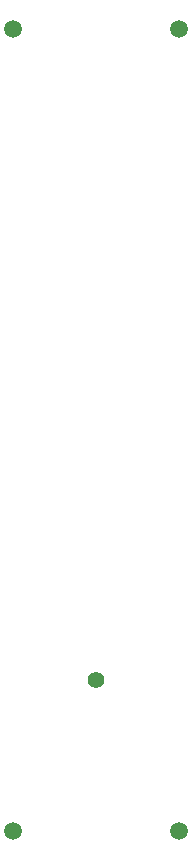
<source format=gbr>
%TF.GenerationSoftware,Altium Limited,Altium Designer,24.9.1 (31)*%
G04 Layer_Color=0*
%FSLAX45Y45*%
%MOMM*%
%TF.SameCoordinates,77867E02-C98B-4605-8BC9-D91FF86E49A9*%
%TF.FilePolarity,Positive*%
%TF.FileFunction,Plated,1,2,PTH,Drill*%
%TF.Part,Single*%
G01*
G75*
%TA.AperFunction,ViaDrill,NotFilled*%
%ADD13C,1.50000*%
%ADD14C,1.40000*%
D13*
X14241701Y11626900D02*
D03*
X15641701D02*
D03*
Y4836900D02*
D03*
X14241701D02*
D03*
D14*
X14942000Y6108700D02*
D03*
%TF.MD5,14163b9f005ef17193802f252fc7f40a*%
M02*

</source>
